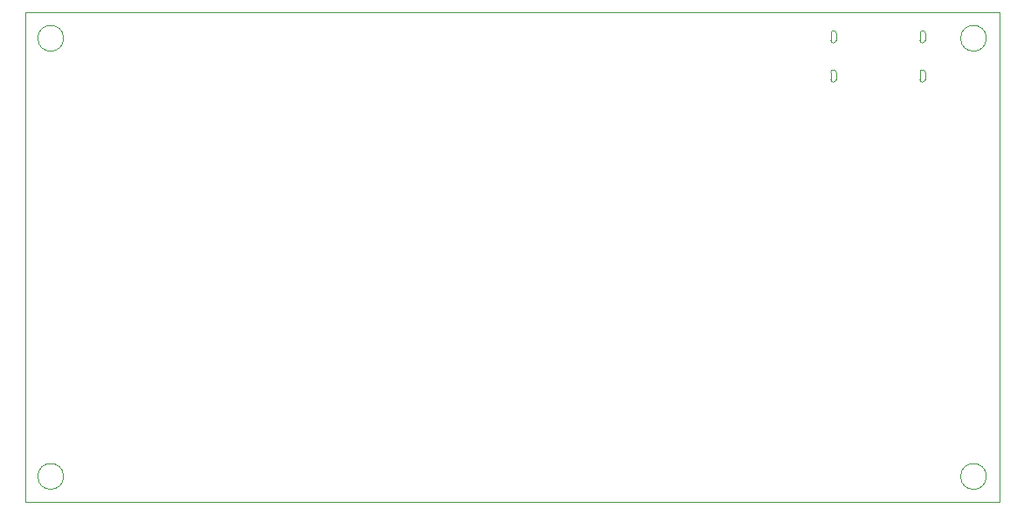
<source format=gm1>
G04 #@! TF.GenerationSoftware,KiCad,Pcbnew,(5.1.5)-3*
G04 #@! TF.CreationDate,2021-05-12T20:45:08+02:00*
G04 #@! TF.ProjectId,thermochromic clock resistors driver,74686572-6d6f-4636-9872-6f6d69632063,1*
G04 #@! TF.SameCoordinates,Original*
G04 #@! TF.FileFunction,Profile,NP*
%FSLAX46Y46*%
G04 Gerber Fmt 4.6, Leading zero omitted, Abs format (unit mm)*
G04 Created by KiCad (PCBNEW (5.1.5)-3) date 2021-05-12 20:45:08*
%MOMM*%
%LPD*%
G04 APERTURE LIST*
%ADD10C,0.100000*%
G04 APERTURE END LIST*
D10*
X126750000Y-70000000D02*
G75*
G03X126750000Y-70000000I-1250000J0D01*
G01*
X126750000Y-112500000D02*
G75*
G03X126750000Y-112500000I-1250000J0D01*
G01*
X216250000Y-112500000D02*
G75*
G03X216250000Y-112500000I-1250000J0D01*
G01*
X216250000Y-70000000D02*
G75*
G03X216250000Y-70000000I-1250000J0D01*
G01*
X217500000Y-67500000D02*
X217500000Y-115000000D01*
X123000000Y-67500000D02*
X217500000Y-67500000D01*
X123000000Y-115000000D02*
X123000000Y-67500000D01*
X217500000Y-115000000D02*
X123000000Y-115000000D01*
X210310000Y-74010000D02*
X210310000Y-73310000D01*
X210310000Y-73310000D02*
G75*
G03X210060000Y-73060000I-250000J0D01*
G01*
X210060000Y-73060000D02*
G75*
G03X209810000Y-73310000I0J-250000D01*
G01*
X209810000Y-73310000D02*
X209810000Y-74010000D01*
X209810000Y-74010000D02*
G75*
G03X210060000Y-74260000I250000J0D01*
G01*
X210060000Y-74260000D02*
G75*
G03X210310000Y-74010000I0J250000D01*
G01*
X201670000Y-74010000D02*
X201670000Y-73310000D01*
X201670000Y-73310000D02*
G75*
G03X201420000Y-73060000I-250000J0D01*
G01*
X201420000Y-73060000D02*
G75*
G03X201170000Y-73310000I0J-250000D01*
G01*
X201170000Y-73310000D02*
X201170000Y-74010000D01*
X201170000Y-74010000D02*
G75*
G03X201420000Y-74260000I250000J0D01*
G01*
X201420000Y-74260000D02*
G75*
G03X201670000Y-74010000I0J250000D01*
G01*
X210310000Y-70210000D02*
X210310000Y-69510000D01*
X210310000Y-69510000D02*
G75*
G03X210060000Y-69260000I-250000J0D01*
G01*
X210060000Y-69260000D02*
G75*
G03X209810000Y-69510000I0J-250000D01*
G01*
X209810000Y-69510000D02*
X209810000Y-70210000D01*
X209810000Y-70210000D02*
G75*
G03X210060000Y-70460000I250000J0D01*
G01*
X210060000Y-70460000D02*
G75*
G03X210310000Y-70210000I0J250000D01*
G01*
X201670000Y-70210000D02*
X201670000Y-69510000D01*
X201670000Y-69510000D02*
G75*
G03X201420000Y-69260000I-250000J0D01*
G01*
X201420000Y-69260000D02*
G75*
G03X201170000Y-69510000I0J-250000D01*
G01*
X201170000Y-69510000D02*
X201170000Y-70210000D01*
X201170000Y-70210000D02*
G75*
G03X201420000Y-70460000I250000J0D01*
G01*
X201420000Y-70460000D02*
G75*
G03X201670000Y-70210000I0J250000D01*
G01*
M02*

</source>
